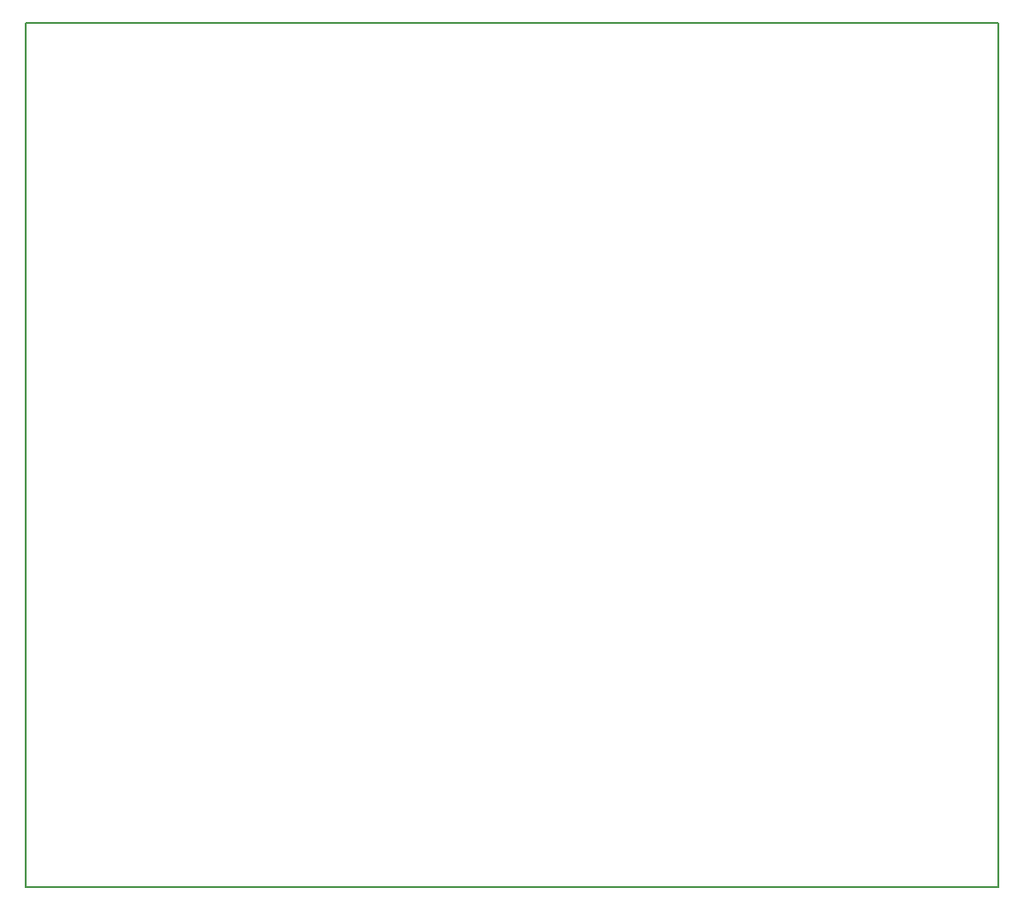
<source format=gm1>
G04 MADE WITH FRITZING*
G04 WWW.FRITZING.ORG*
G04 DOUBLE SIDED*
G04 HOLES PLATED*
G04 CONTOUR ON CENTER OF CONTOUR VECTOR*
%ASAXBY*%
%FSLAX23Y23*%
%MOIN*%
%OFA0B0*%
%SFA1.0B1.0*%
%ADD10R,3.543310X3.149610*%
%ADD11C,0.008000*%
%ADD10C,0.008*%
%LNCONTOUR*%
G90*
G70*
G54D10*
G54D11*
X4Y3146D02*
X3539Y3146D01*
X3539Y4D01*
X4Y4D01*
X4Y3146D01*
D02*
G04 End of contour*
M02*
</source>
